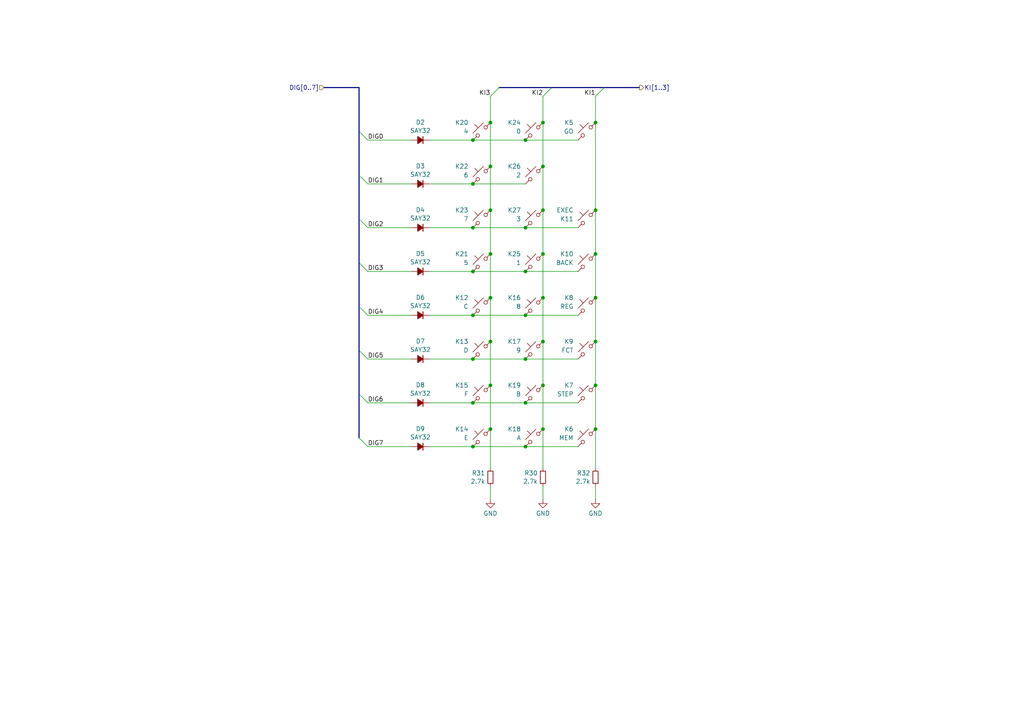
<source format=kicad_sch>
(kicad_sch (version 20250114) (generator "eeschema") (generator_version "9.0")
  (paper "A4")
  (title_block (title "Tastatur"))
  (lib_symbols
    (symbol "Device:R_Small" (pin_numbers (hide yes)) (pin_names (offset 0.254) (hide yes))
      (property "Reference" "R" (at 0.762 0.508 0))
      (property "Value" "R_Small" (at 0.762 -1.016 0))
      (symbol "R_Small_0_1"
        (rectangle (start -0.762 1.778) (end 0.762 -1.778) (stroke (width 0.2032)))
      )
      (symbol "R_Small_1_1"
        (pin passive line (at 0 2.54 270) (length 0.762) (name "~") (number "1"))
        (pin passive line (at 0 -2.54 90) (length 0.762) (name "~") (number "2"))
      )
    )
    (symbol "RFT_Transistoren_und_Dioden:SAY32" (pin_numbers (hide yes)) (pin_names (offset 0.254) (hide yes))
      (property "Reference" "D" (at -1.27 2.032 0))
      (property "Value" "SAY32" (at -3.81 -2.032 0))
      (symbol "SAY32_0_1"
        (polyline (pts (xy -0.762 0) (xy 0.762 0)))
        (polyline (pts (xy -0.762 -1.016) (xy -0.762 1.016)) (stroke (width 0.254)))
        (polyline (pts (xy 0.762 -1.016) (xy -0.762 0) (xy 0.762 1.016) (xy 0.762 -1.016)) (stroke (width 0.254)) (fill (type outline)))
      )
      (symbol "SAY32_1_1"
        (pin passive line (at -2.54 0 0) (length 1.778) (name "K") (number "1"))
        (pin passive line (at 2.54 0 180) (length 1.778) (name "A") (number "2"))
      )
    )
    (symbol "Switch:SW_Push_45deg" (pin_numbers (hide yes)) (pin_names (offset 1.016) (hide yes))
      (property "Reference" "SW" (at 3.048 1.016 0))
      (property "Value" "SW_Push_45deg" (at 0 -3.81 0))
      (symbol "SW_Push_45deg_0_1"
        (polyline (pts (xy -2.54 2.54) (xy -1.524 1.524) (xy -1.524 1.524)))
        (circle (center -1.1684 1.1684) (radius 0.508))
        (polyline (pts (xy -0.508 2.54) (xy 2.54 -0.508)))
        (polyline (pts (xy 1.016 1.016) (xy 2.032 2.032)))
        (circle (center 1.143 -1.1938) (radius 0.508))
        (polyline (pts (xy 1.524 -1.524) (xy 2.54 -2.54) (xy 2.54 -2.54) (xy 2.54 -2.54)))
        (pin passive line (at -2.54 2.54 0) (length 0) (name "1") (number "1"))
        (pin passive line (at 2.54 -2.54 180) (length 0) (name "2") (number "2"))
      )
    )
    (symbol "power:GND" (power) (pin_names (offset 0))
      (property "Value" "GND" (at 0 -3.81 0))
      (symbol "GND_0_1"
        (polyline (pts (xy 0 0) (xy 0 -1.27) (xy 1.27 -1.27) (xy 0 -2.54) (xy -1.27 -1.27) (xy 0 -1.27)))
      )
      (symbol "GND_1_1"
        (pin power_in line (at 0 0 270) (length 0) (hide yes) (name "GND") (number "1"))
      )
    )
  )
  (junction (at 142.24 60.96))
  (junction (at 172.72 124.46))
  (junction (at 157.48 99.06))
  (junction (at 142.24 99.06))
  (junction (at 157.48 60.96))
  (junction (at 152.4 104.14))
  (junction (at 142.24 124.46))
  (junction (at 142.24 111.76))
  (junction (at 172.72 73.66))
  (junction (at 157.48 86.36))
  (junction (at 157.48 124.46))
  (junction (at 152.4 91.44))
  (junction (at 172.72 35.56))
  (junction (at 142.24 35.56))
  (junction (at 172.72 86.36))
  (junction (at 157.48 35.56))
  (junction (at 157.48 73.66))
  (junction (at 152.4 66.04))
  (junction (at 157.48 48.26))
  (junction (at 137.16 91.44))
  (junction (at 142.24 86.36))
  (junction (at 137.16 116.84))
  (junction (at 137.16 53.34))
  (junction (at 172.72 60.96))
  (junction (at 152.4 116.84))
  (junction (at 137.16 104.14))
  (junction (at 137.16 78.74))
  (junction (at 142.24 48.26))
  (junction (at 152.4 40.64))
  (junction (at 157.48 111.76))
  (junction (at 137.16 40.64))
  (junction (at 152.4 129.54))
  (junction (at 172.72 111.76))
  (junction (at 137.16 66.04))
  (junction (at 142.24 73.66))
  (junction (at 152.4 78.74))
  (junction (at 172.72 99.06))
  (junction (at 137.16 129.54))
  (bus_entry (at 144.78 25.4) (size -2.54 2.54))
  (bus_entry (at 104.14 127) (size 2.54 2.54))
  (bus_entry (at 104.14 101.6) (size 2.54 2.54))
  (bus_entry (at 104.14 88.9) (size 2.54 2.54))
  (bus_entry (at 104.14 114.3) (size 2.54 2.54))
  (bus_entry (at 104.14 50.8) (size 2.54 2.54))
  (bus_entry (at 104.14 76.2) (size 2.54 2.54))
  (bus_entry (at 104.14 38.1) (size 2.54 2.54))
  (bus_entry (at 104.14 63.5) (size 2.54 2.54))
  (bus_entry (at 160.02 25.4) (size -2.54 2.54))
  (bus_entry (at 175.26 25.4) (size -2.54 2.54))
  (wire (pts (xy 124.46 40.64) (xy 137.16 40.64)))
  (wire (pts (xy 137.16 78.74) (xy 152.4 78.74)))
  (wire (pts (xy 106.68 66.04) (xy 119.38 66.04)))
  (wire (pts (xy 106.68 78.74) (xy 119.38 78.74)))
  (bus (pts (xy 175.26 25.4) (xy 185.42 25.4)))
  (wire (pts (xy 106.68 53.34) (xy 119.38 53.34)))
  (wire (pts (xy 152.4 91.44) (xy 167.64 91.44)))
  (wire (pts (xy 142.24 124.46) (xy 142.24 135.89)))
  (wire (pts (xy 152.4 40.64) (xy 167.64 40.64)))
  (wire (pts (xy 106.68 116.84) (xy 119.38 116.84)))
  (bus (pts (xy 104.14 101.6) (xy 104.14 114.3)))
  (bus (pts (xy 104.14 63.5) (xy 104.14 76.2)))
  (wire (pts (xy 152.4 116.84) (xy 167.64 116.84)))
  (wire (pts (xy 106.68 129.54) (xy 119.38 129.54)))
  (wire (pts (xy 152.4 66.04) (xy 167.64 66.04)))
  (wire (pts (xy 137.16 129.54) (xy 152.4 129.54)))
  (wire (pts (xy 172.72 73.66) (xy 172.72 86.36)))
  (wire (pts (xy 142.24 60.96) (xy 142.24 73.66)))
  (wire (pts (xy 152.4 78.74) (xy 167.64 78.74)))
  (wire (pts (xy 106.68 40.64) (xy 119.38 40.64)))
  (bus (pts (xy 104.14 76.2) (xy 104.14 88.9)))
  (wire (pts (xy 137.16 104.14) (xy 152.4 104.14)))
  (wire (pts (xy 142.24 48.26) (xy 142.24 60.96)))
  (wire (pts (xy 157.48 60.96) (xy 157.48 73.66)))
  (wire (pts (xy 142.24 27.94) (xy 142.24 35.56)))
  (wire (pts (xy 124.46 66.04) (xy 137.16 66.04)))
  (wire (pts (xy 157.48 73.66) (xy 157.48 86.36)))
  (wire (pts (xy 137.16 116.84) (xy 152.4 116.84)))
  (wire (pts (xy 172.72 111.76) (xy 172.72 124.46)))
  (wire (pts (xy 157.48 48.26) (xy 157.48 60.96)))
  (wire (pts (xy 137.16 66.04) (xy 152.4 66.04)))
  (wire (pts (xy 124.46 116.84) (xy 137.16 116.84)))
  (wire (pts (xy 124.46 53.34) (xy 137.16 53.34)))
  (wire (pts (xy 172.72 140.97) (xy 172.72 144.78)))
  (wire (pts (xy 142.24 73.66) (xy 142.24 86.36)))
  (wire (pts (xy 152.4 129.54) (xy 167.64 129.54)))
  (bus (pts (xy 104.14 114.3) (xy 104.14 127)))
  (wire (pts (xy 124.46 78.74) (xy 137.16 78.74)))
  (bus (pts (xy 160.02 25.4) (xy 175.26 25.4)))
  (wire (pts (xy 124.46 129.54) (xy 137.16 129.54)))
  (wire (pts (xy 172.72 124.46) (xy 172.72 135.89)))
  (wire (pts (xy 124.46 91.44) (xy 137.16 91.44)))
  (wire (pts (xy 137.16 91.44) (xy 152.4 91.44)))
  (wire (pts (xy 124.46 104.14) (xy 137.16 104.14)))
  (wire (pts (xy 157.48 99.06) (xy 157.48 111.76)))
  (wire (pts (xy 172.72 35.56) (xy 172.72 60.96)))
  (bus (pts (xy 104.14 88.9) (xy 104.14 101.6)))
  (bus (pts (xy 144.78 25.4) (xy 160.02 25.4)))
  (wire (pts (xy 157.48 27.94) (xy 157.48 35.56)))
  (wire (pts (xy 142.24 35.56) (xy 142.24 48.26)))
  (bus (pts (xy 93.98 25.4) (xy 104.14 25.4)))
  (wire (pts (xy 172.72 86.36) (xy 172.72 99.06)))
  (wire (pts (xy 157.48 35.56) (xy 157.48 48.26)))
  (wire (pts (xy 172.72 27.94) (xy 172.72 35.56)))
  (wire (pts (xy 157.48 124.46) (xy 157.48 135.89)))
  (bus (pts (xy 104.14 25.4) (xy 104.14 38.1)))
  (wire (pts (xy 142.24 86.36) (xy 142.24 99.06)))
  (bus (pts (xy 104.14 38.1) (xy 104.14 50.8)))
  (wire (pts (xy 152.4 104.14) (xy 167.64 104.14)))
  (wire (pts (xy 157.48 111.76) (xy 157.48 124.46)))
  (wire (pts (xy 142.24 111.76) (xy 142.24 124.46)))
  (wire (pts (xy 137.16 53.34) (xy 152.4 53.34)))
  (bus (pts (xy 104.14 50.8) (xy 104.14 63.5)))
  (wire (pts (xy 142.24 99.06) (xy 142.24 111.76)))
  (wire (pts (xy 157.48 140.97) (xy 157.48 144.78)))
  (wire (pts (xy 106.68 104.14) (xy 119.38 104.14)))
  (wire (pts (xy 157.48 86.36) (xy 157.48 99.06)))
  (wire (pts (xy 142.24 140.97) (xy 142.24 144.78)))
  (wire (pts (xy 172.72 60.96) (xy 172.72 73.66)))
  (wire (pts (xy 137.16 40.64) (xy 152.4 40.64)))
  (wire (pts (xy 172.72 99.06) (xy 172.72 111.76)))
  (wire (pts (xy 106.68 91.44) (xy 119.38 91.44)))
  (label "DIG4" (at 106.68 91.44 0))
  (label "DIG0" (at 106.68 40.64 0))
  (label "DIG3" (at 106.68 78.74 0))
  (label "KI3" (at 142.24 27.94 180))
  (label "KI2" (at 157.48 27.94 180))
  (label "KI1" (at 172.72 27.94 180))
  (label "DIG1" (at 106.68 53.34 0))
  (label "DIG7" (at 106.68 129.54 0))
  (label "DIG5" (at 106.68 104.14 0))
  (label "DIG2" (at 106.68 66.04 0))
  (label "DIG6" (at 106.68 116.84 0))
  (hierarchical_label "KI[1..3]" (shape output) (at 185.42 25.4 0))
  (hierarchical_label "DIG[0..7]" (shape input) (at 93.98 25.4 180))
  (symbol (lib_id "Switch:SW_Push_45deg") (at 170.18 114.3 0) (mirror y) (unit 1)
    (property "Reference" "K7" (at 166.37 111.76 0) (effects (justify left)))
    (property "Value" "STEP" (at 166.37 114.3 0) (effects (justify left)))
  )
  (symbol (lib_id "Switch:SW_Push_45deg") (at 139.7 76.2 0) (mirror y) (unit 1)
    (property "Reference" "K21" (at 135.89 73.66 0) (effects (justify left)))
    (property "Value" "5" (at 135.89 76.2 0) (effects (justify left)))
  )
  (symbol (lib_id "Switch:SW_Push_45deg") (at 139.7 127 0) (mirror y) (unit 1)
    (property "Reference" "K14" (at 135.89 124.46 0) (effects (justify left)))
    (property "Value" "E" (at 135.89 127 0) (effects (justify left)))
  )
  (symbol (lib_id "power:GND") (at 157.48 144.78 0) (unit 1)
    (property "Reference" "#PWR065" (effects (hide yes)))
    (property "Value" "GND" (at 157.48 148.9131 0))
  )
  (symbol (lib_id "Device:R_Small") (at 157.48 138.43 0) (mirror y) (unit 1)
    (property "Reference" "R30" (at 155.9814 137.2179 0) (effects (justify left)))
    (property "Value" "2.7k" (at 155.9814 139.6421 0) (effects (justify left)))
  )
  (symbol (lib_id "Switch:SW_Push_45deg") (at 154.94 114.3 0) (mirror y) (unit 1)
    (property "Reference" "K19" (at 151.13 111.76 0) (effects (justify left)))
    (property "Value" "B" (at 151.13 114.3 0) (effects (justify left)))
  )
  (symbol (lib_id "Switch:SW_Push_45deg") (at 139.7 88.9 0) (mirror y) (unit 1)
    (property "Reference" "K12" (at 135.89 86.36 0) (effects (justify left)))
    (property "Value" "C" (at 135.89 88.9 0) (effects (justify left)))
  )
  (symbol (lib_id "Switch:SW_Push_45deg") (at 170.18 63.5 0) (mirror y) (unit 1)
    (property "Reference" "K11" (at 166.37 63.5 0) (effects (justify left)))
    (property "Value" "EXEC" (at 166.37 60.96 0) (effects (justify left)))
  )
  (symbol (lib_id "Device:R_Small") (at 142.24 138.43 0) (mirror y) (unit 1)
    (property "Reference" "R31" (at 140.7414 137.2179 0) (effects (justify left)))
    (property "Value" "2.7k" (at 140.7414 139.6421 0) (effects (justify left)))
  )
  (symbol (lib_id "RFT_Transistoren_und_Dioden:SAY32") (at 121.92 104.14 180) (unit 1)
    (property "Reference" "D7" (at 121.92 98.9797 0))
    (property "Value" "SAY32" (at 121.92 101.4039 0))
    (property "Footprint" "RFT_sonstiges:D_E-Line_01x02_P2.5mm_Vertical_KA" (effects (hide yes)))
    (property "Datasheet" "https://www-user.tu-chemnitz.de/~heha/basteln/Konsumg%C3%BCter/DDR-Halbleiter/say30.gif" (effects (hide yes)))
  )
  (symbol (lib_id "Switch:SW_Push_45deg") (at 170.18 88.9 0) (mirror y) (unit 1)
    (property "Reference" "K8" (at 166.37 86.36 0) (effects (justify left)))
    (property "Value" "REG" (at 166.37 88.9 0) (effects (justify left)))
  )
  (symbol (lib_id "Switch:SW_Push_45deg") (at 139.7 50.8 0) (mirror y) (unit 1)
    (property "Reference" "K22" (at 135.89 48.26 0) (effects (justify left)))
    (property "Value" "6" (at 135.89 50.8 0) (effects (justify left)))
  )
  (symbol (lib_id "Switch:SW_Push_45deg") (at 170.18 127 0) (mirror y) (unit 1)
    (property "Reference" "K6" (at 166.37 124.46 0) (effects (justify left)))
    (property "Value" "MEM" (at 166.37 127 0) (effects (justify left)))
  )
  (symbol (lib_id "RFT_Transistoren_und_Dioden:SAY32") (at 121.92 53.34 180) (unit 1)
    (property "Reference" "D3" (at 121.92 48.1797 0))
    (property "Value" "SAY32" (at 121.92 50.6039 0))
    (property "Footprint" "RFT_sonstiges:D_E-Line_01x02_P2.5mm_Vertical_KA" (effects (hide yes)))
    (property "Datasheet" "https://www-user.tu-chemnitz.de/~heha/basteln/Konsumg%C3%BCter/DDR-Halbleiter/say30.gif" (effects (hide yes)))
  )
  (symbol (lib_id "RFT_Transistoren_und_Dioden:SAY32") (at 121.92 66.04 180) (unit 1)
    (property "Reference" "D4" (at 121.92 60.8797 0))
    (property "Value" "SAY32" (at 121.92 63.3039 0))
    (property "Footprint" "RFT_sonstiges:D_E-Line_01x02_P2.5mm_Vertical_KA" (effects (hide yes)))
    (property "Datasheet" "https://www-user.tu-chemnitz.de/~heha/basteln/Konsumg%C3%BCter/DDR-Halbleiter/say30.gif" (effects (hide yes)))
  )
  (symbol (lib_id "RFT_Transistoren_und_Dioden:SAY32") (at 121.92 116.84 180) (unit 1)
    (property "Reference" "D8" (at 121.92 111.6797 0))
    (property "Value" "SAY32" (at 121.92 114.1039 0))
    (property "Footprint" "RFT_sonstiges:D_E-Line_01x02_P2.5mm_Vertical_KA" (effects (hide yes)))
    (property "Datasheet" "https://www-user.tu-chemnitz.de/~heha/basteln/Konsumg%C3%BCter/DDR-Halbleiter/say30.gif" (effects (hide yes)))
  )
  (symbol (lib_id "RFT_Transistoren_und_Dioden:SAY32") (at 121.92 40.64 180) (unit 1)
    (property "Reference" "D2" (at 121.92 35.4797 0))
    (property "Value" "SAY32" (at 121.92 37.9039 0))
    (property "Footprint" "RFT_sonstiges:D_E-Line_01x02_P2.5mm_Vertical_KA" (effects (hide yes)))
    (property "Datasheet" "https://www-user.tu-chemnitz.de/~heha/basteln/Konsumg%C3%BCter/DDR-Halbleiter/say30.gif" (effects (hide yes)))
  )
  (symbol (lib_id "Switch:SW_Push_45deg") (at 139.7 114.3 0) (mirror y) (unit 1)
    (property "Reference" "K15" (at 135.89 111.76 0) (effects (justify left)))
    (property "Value" "F" (at 135.89 114.3 0) (effects (justify left)))
  )
  (symbol (lib_id "RFT_Transistoren_und_Dioden:SAY32") (at 121.92 129.54 180) (unit 1)
    (property "Reference" "D9" (at 121.92 124.3797 0))
    (property "Value" "SAY32" (at 121.92 126.8039 0))
    (property "Footprint" "RFT_sonstiges:D_E-Line_01x02_P2.5mm_Vertical_KA" (effects (hide yes)))
    (property "Datasheet" "https://www-user.tu-chemnitz.de/~heha/basteln/Konsumg%C3%BCter/DDR-Halbleiter/say30.gif" (effects (hide yes)))
  )
  (symbol (lib_id "Switch:SW_Push_45deg") (at 170.18 76.2 0) (mirror y) (unit 1)
    (property "Reference" "K10" (at 166.37 73.66 0) (effects (justify left)))
    (property "Value" "BACK" (at 166.37 76.2 0) (effects (justify left)))
  )
  (symbol (lib_id "Switch:SW_Push_45deg") (at 154.94 76.2 0) (mirror y) (unit 1)
    (property "Reference" "K25" (at 151.13 73.66 0) (effects (justify left)))
    (property "Value" "1" (at 151.13 76.2 0) (effects (justify left)))
  )
  (symbol (lib_id "RFT_Transistoren_und_Dioden:SAY32") (at 121.92 91.44 180) (unit 1)
    (property "Reference" "D6" (at 121.92 86.2797 0))
    (property "Value" "SAY32" (at 121.92 88.7039 0))
    (property "Footprint" "RFT_sonstiges:D_E-Line_01x02_P2.5mm_Vertical_KA" (effects (hide yes)))
    (property "Datasheet" "https://www-user.tu-chemnitz.de/~heha/basteln/Konsumg%C3%BCter/DDR-Halbleiter/say30.gif" (effects (hide yes)))
  )
  (symbol (lib_id "power:GND") (at 142.24 144.78 0) (unit 1)
    (property "Reference" "#PWR064" (effects (hide yes)))
    (property "Value" "GND" (at 142.24 148.9131 0))
  )
  (symbol (lib_id "Switch:SW_Push_45deg") (at 154.94 88.9 0) (mirror y) (unit 1)
    (property "Reference" "K16" (at 151.13 86.36 0) (effects (justify left)))
    (property "Value" "8" (at 151.13 88.9 0) (effects (justify left)))
  )
  (symbol (lib_id "Switch:SW_Push_45deg") (at 139.7 101.6 0) (mirror y) (unit 1)
    (property "Reference" "K13" (at 135.89 99.06 0) (effects (justify left)))
    (property "Value" "D" (at 135.89 101.6 0) (effects (justify left)))
  )
  (symbol (lib_id "Switch:SW_Push_45deg") (at 139.7 63.5 0) (mirror y) (unit 1)
    (property "Reference" "K23" (at 135.89 60.96 0) (effects (justify left)))
    (property "Value" "7" (at 135.89 63.5 0) (effects (justify left)))
  )
  (symbol (lib_id "Switch:SW_Push_45deg") (at 170.18 38.1 0) (mirror y) (unit 1)
    (property "Reference" "K5" (at 166.37 35.56 0) (effects (justify left)))
    (property "Value" "GO" (at 166.37 38.1 0) (effects (justify left)))
  )
  (symbol (lib_id "Switch:SW_Push_45deg") (at 139.7 38.1 0) (mirror y) (unit 1)
    (property "Reference" "K20" (at 135.89 35.56 0) (effects (justify left)))
    (property "Value" "4" (at 135.89 38.1 0) (effects (justify left)))
  )
  (symbol (lib_id "Switch:SW_Push_45deg") (at 154.94 63.5 0) (mirror y) (unit 1)
    (property "Reference" "K27" (at 151.13 60.96 0) (effects (justify left)))
    (property "Value" "3" (at 151.13 63.5 0) (effects (justify left)))
  )
  (symbol (lib_id "Switch:SW_Push_45deg") (at 154.94 127 0) (mirror y) (unit 1)
    (property "Reference" "K18" (at 151.13 124.46 0) (effects (justify left)))
    (property "Value" "A" (at 151.13 127 0) (effects (justify left)))
  )
  (symbol (lib_id "Device:R_Small") (at 172.72 138.43 0) (mirror y) (unit 1)
    (property "Reference" "R32" (at 171.2214 137.2179 0) (effects (justify left)))
    (property "Value" "2.7k" (at 171.2214 139.6421 0) (effects (justify left)))
  )
  (symbol (lib_id "Switch:SW_Push_45deg") (at 170.18 101.6 0) (mirror y) (unit 1)
    (property "Reference" "K9" (at 166.37 99.06 0) (effects (justify left)))
    (property "Value" "FCT" (at 166.37 101.6 0) (effects (justify left)))
  )
  (symbol (lib_id "power:GND") (at 172.72 144.78 0) (unit 1)
    (property "Reference" "#PWR066" (effects (hide yes)))
    (property "Value" "GND" (at 172.72 148.9131 0))
  )
  (symbol (lib_id "Switch:SW_Push_45deg") (at 154.94 101.6 0) (mirror y) (unit 1)
    (property "Reference" "K17" (at 151.13 99.06 0) (effects (justify left)))
    (property "Value" "9" (at 151.13 101.6 0) (effects (justify left)))
  )
  (symbol (lib_id "Switch:SW_Push_45deg") (at 154.94 38.1 0) (mirror y) (unit 1)
    (property "Reference" "K24" (at 151.13 35.56 0) (effects (justify left)))
    (property "Value" "0" (at 151.13 38.1 0) (effects (justify left)))
  )
  (symbol (lib_id "RFT_Transistoren_und_Dioden:SAY32") (at 121.92 78.74 180) (unit 1)
    (property "Reference" "D5" (at 121.92 73.5797 0))
    (property "Value" "SAY32" (at 121.92 76.0039 0))
    (property "Footprint" "RFT_sonstiges:D_E-Line_01x02_P2.5mm_Vertical_KA" (effects (hide yes)))
    (property "Datasheet" "https://www-user.tu-chemnitz.de/~heha/basteln/Konsumg%C3%BCter/DDR-Halbleiter/say30.gif" (effects (hide yes)))
  )
  (symbol (lib_id "Switch:SW_Push_45deg") (at 154.94 50.8 0) (mirror y) (unit 1)
    (property "Reference" "K26" (at 151.13 48.26 0) (effects (justify left)))
    (property "Value" "2" (at 151.13 50.8 0) (effects (justify left)))
  )
)
</source>
